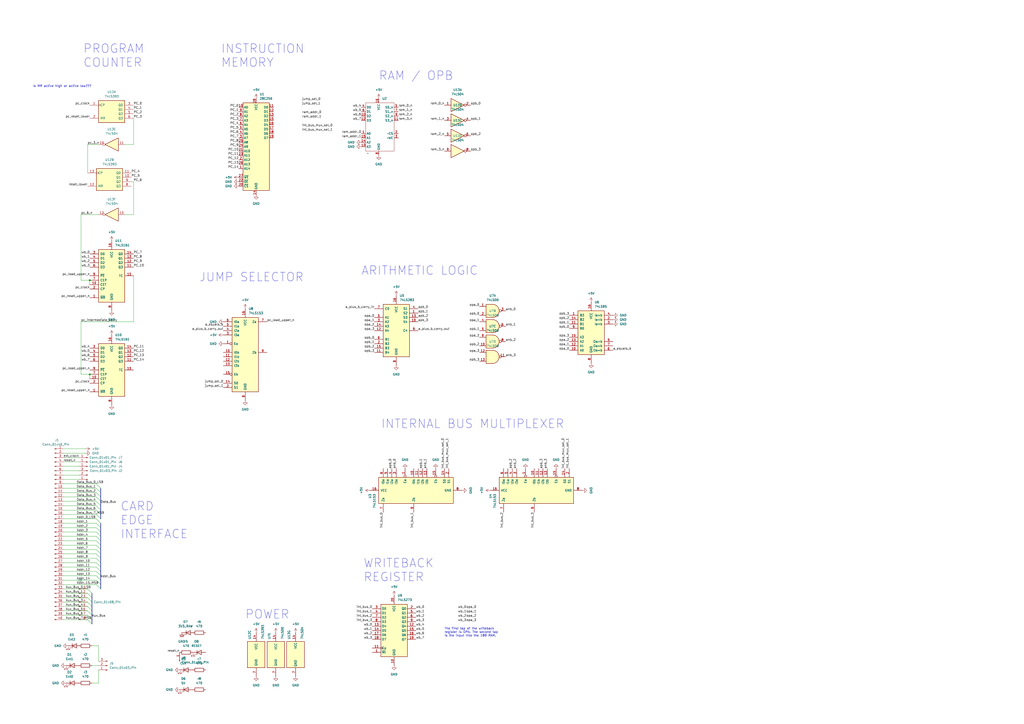
<source format=kicad_sch>
(kicad_sch (version 20230121) (generator eeschema)
  (paper "A2")
  (junction (at 52.07 217.17))
  (junction (at 52.07 162.56))
  (bus_entry (at 55.88 293.37) (size 2.54 2.54))
  (bus_entry (at 50.8 341.63) (size 2.54 2.54))
  (bus_entry (at 55.88 288.29) (size 2.54 2.54))
  (bus_entry (at 55.88 339.09) (size 2.54 2.54))
  (bus_entry (at 55.88 331.47) (size 2.54 2.54))
  (bus_entry (at 55.88 311.15) (size 2.54 2.54))
  (bus_entry (at 55.88 295.91) (size 2.54 2.54))
  (bus_entry (at 55.88 334.01) (size 2.54 2.54))
  (bus_entry (at 50.8 356.87) (size 2.54 2.54))
  (bus_entry (at 55.88 306.07) (size 2.54 2.54))
  (bus_entry (at 55.88 326.39) (size 2.54 2.54))
  (bus_entry (at 55.88 300.99) (size 2.54 2.54))
  (bus_entry (at 55.88 336.55) (size 2.54 2.54))
  (bus_entry (at 55.88 308.61) (size 2.54 2.54))
  (bus_entry (at 50.8 346.71) (size 2.54 2.54))
  (bus_entry (at 55.88 318.77) (size 2.54 2.54))
  (bus_entry (at 50.8 351.79) (size 2.54 2.54))
  (bus_entry (at 55.88 280.67) (size 2.54 2.54))
  (bus_entry (at 50.8 354.33) (size 2.54 2.54))
  (bus_entry (at 55.88 283.21) (size 2.54 2.54))
  (bus_entry (at 55.88 290.83) (size 2.54 2.54))
  (bus_entry (at 50.8 359.41) (size 2.54 2.54))
  (bus_entry (at 55.88 298.45) (size 2.54 2.54))
  (bus_entry (at 55.88 323.85) (size 2.54 2.54))
  (bus_entry (at 55.88 321.31) (size 2.54 2.54))
  (bus_entry (at 55.88 285.75) (size 2.54 2.54))
  (bus_entry (at 55.88 328.93) (size 2.54 2.54))
  (bus_entry (at 50.8 344.17) (size 2.54 2.54))
  (bus_entry (at 55.88 313.69) (size 2.54 2.54))
  (bus_entry (at 55.88 316.23) (size 2.54 2.54))
  (bus_entry (at 55.88 303.53) (size 2.54 2.54))
  (bus_entry (at 50.8 349.25) (size 2.54 2.54))
  (wire (pts (xy 57.15 83.82) (xy 50.8 83.82)))
  (bus (pts (xy 53.34 346.71) (xy 53.34 349.25)))
  (wire (pts (xy 36.83 318.77) (xy 55.88 318.77)))
  (wire (pts (xy 45.72 273.05) (xy 36.83 273.05)))
  (wire (pts (xy 77.47 160.02) (xy 77.47 186.69)))
  (bus (pts (xy 58.42 313.69) (xy 58.42 316.23)))
  (wire (pts (xy 113.03 367.03) (xy 111.76 367.03)))
  (wire (pts (xy 57.15 396.24) (xy 57.15 388.62)))
  (wire (pts (xy 36.83 356.87) (xy 50.8 356.87)))
  (bus (pts (xy 58.42 336.55) (xy 58.42 339.09)))
  (wire (pts (xy 36.83 288.29) (xy 55.88 288.29)))
  (bus (pts (xy 58.42 300.99) (xy 58.42 298.45)))
  (wire (pts (xy 36.83 349.25) (xy 50.8 349.25)))
  (wire (pts (xy 77.47 124.46) (xy 72.39 124.46)))
  (wire (pts (xy 50.8 83.82) (xy 50.8 100.33)))
  (bus (pts (xy 53.34 351.79) (xy 53.34 354.33)))
  (bus (pts (xy 58.42 295.91) (xy 58.42 293.37)))
  (wire (pts (xy 36.83 298.45) (xy 55.88 298.45)))
  (wire (pts (xy 77.47 186.69) (xy 46.99 186.69)))
  (wire (pts (xy 46.99 374.65) (xy 45.72 374.65)))
  (wire (pts (xy 77.47 105.41) (xy 77.47 124.46)))
  (wire (pts (xy 36.83 359.41) (xy 50.8 359.41)))
  (bus (pts (xy 58.42 323.85) (xy 58.42 326.39)))
  (bus (pts (xy 58.42 328.93) (xy 58.42 331.47)))
  (bus (pts (xy 58.42 326.39) (xy 58.42 328.93)))
  (wire (pts (xy 36.83 293.37) (xy 55.88 293.37)))
  (bus (pts (xy 58.42 308.61) (xy 58.42 311.15)))
  (wire (pts (xy 36.83 321.31) (xy 55.88 321.31)))
  (wire (pts (xy 52.07 162.56) (xy 52.07 165.1)))
  (wire (pts (xy 46.99 217.17) (xy 52.07 217.17)))
  (wire (pts (xy 53.34 386.08) (xy 57.15 386.08)))
  (wire (pts (xy 36.83 260.35) (xy 49.53 260.35)))
  (bus (pts (xy 58.42 298.45) (xy 58.42 295.91)))
  (wire (pts (xy 57.15 383.54) (xy 57.15 374.65)))
  (wire (pts (xy 77.47 68.58) (xy 77.47 83.82)))
  (wire (pts (xy 36.83 354.33) (xy 50.8 354.33)))
  (wire (pts (xy 36.83 311.15) (xy 55.88 311.15)))
  (wire (pts (xy 36.83 280.67) (xy 55.88 280.67)))
  (bus (pts (xy 58.42 334.01) (xy 58.42 336.55)))
  (wire (pts (xy 36.83 326.39) (xy 55.88 326.39)))
  (wire (pts (xy 36.83 283.21) (xy 55.88 283.21)))
  (wire (pts (xy 77.47 83.82) (xy 72.39 83.82)))
  (wire (pts (xy 52.07 162.56) (xy 46.99 162.56)))
  (wire (pts (xy 45.72 278.13) (xy 36.83 278.13)))
  (wire (pts (xy 36.83 341.63) (xy 50.8 341.63)))
  (wire (pts (xy 36.83 346.71) (xy 50.8 346.71)))
  (wire (pts (xy 36.83 265.43) (xy 45.72 265.43)))
  (wire (pts (xy 53.34 396.24) (xy 57.15 396.24)))
  (wire (pts (xy 36.83 313.69) (xy 55.88 313.69)))
  (bus (pts (xy 53.34 359.41) (xy 53.34 361.95)))
  (wire (pts (xy 46.99 186.69) (xy 46.99 217.17)))
  (wire (pts (xy 46.99 124.46) (xy 46.99 162.56)))
  (bus (pts (xy 53.34 349.25) (xy 53.34 351.79)))
  (wire (pts (xy 36.83 290.83) (xy 55.88 290.83)))
  (wire (pts (xy 36.83 344.17) (xy 50.8 344.17)))
  (wire (pts (xy 52.07 217.17) (xy 52.07 219.71)))
  (wire (pts (xy 36.83 334.01) (xy 55.88 334.01)))
  (wire (pts (xy 36.83 328.93) (xy 55.88 328.93)))
  (wire (pts (xy 36.83 303.53) (xy 55.88 303.53)))
  (wire (pts (xy 45.72 275.59) (xy 36.83 275.59)))
  (bus (pts (xy 53.34 344.17) (xy 53.34 346.71)))
  (wire (pts (xy 36.83 306.07) (xy 55.88 306.07)))
  (bus (pts (xy 58.42 311.15) (xy 58.42 313.69)))
  (wire (pts (xy 36.83 323.85) (xy 55.88 323.85)))
  (bus (pts (xy 53.34 354.33) (xy 53.34 356.87)))
  (bus (pts (xy 58.42 285.75) (xy 58.42 283.21)))
  (wire (pts (xy 36.83 339.09) (xy 55.88 339.09)))
  (wire (pts (xy 36.83 295.91) (xy 55.88 295.91)))
  (bus (pts (xy 53.34 356.87) (xy 53.34 359.41)))
  (wire (pts (xy 36.83 316.23) (xy 55.88 316.23)))
  (wire (pts (xy 36.83 300.99) (xy 55.88 300.99)))
  (wire (pts (xy 46.99 124.46) (xy 57.15 124.46)))
  (bus (pts (xy 58.42 303.53) (xy 58.42 306.07)))
  (bus (pts (xy 58.42 290.83) (xy 58.42 288.29)))
  (wire (pts (xy 36.83 331.47) (xy 55.88 331.47)))
  (wire (pts (xy 36.83 267.97) (xy 45.72 267.97)))
  (wire (pts (xy 36.83 336.55) (xy 55.88 336.55)))
  (bus (pts (xy 58.42 318.77) (xy 58.42 321.31)))
  (wire (pts (xy 76.2 105.41) (xy 77.47 105.41)))
  (wire (pts (xy 36.83 308.61) (xy 55.88 308.61)))
  (bus (pts (xy 58.42 321.31) (xy 58.42 323.85)))
  (bus (pts (xy 58.42 306.07) (xy 58.42 308.61)))
  (wire (pts (xy 36.83 270.51) (xy 45.72 270.51)))
  (bus (pts (xy 58.42 293.37) (xy 58.42 290.83)))
  (bus (pts (xy 58.42 339.09) (xy 58.42 341.63)))
  (bus (pts (xy 58.42 288.29) (xy 58.42 285.75)))
  (bus (pts (xy 58.42 331.47) (xy 58.42 334.01)))
  (wire (pts (xy 36.83 351.79) (xy 50.8 351.79)))
  (wire (pts (xy 36.83 262.89) (xy 49.53 262.89)))
  (wire (pts (xy 36.83 285.75) (xy 55.88 285.75)))
  (bus (pts (xy 58.42 316.23) (xy 58.42 318.77)))
  (wire (pts (xy 57.15 374.65) (xy 53.34 374.65)))
  (text "PROGRAM\nCOUNTER" (at 48.26 39.37 0) (effects (font (size 5 5)) (justify left bottom)))
  (text "INTERNAL BUS MULTIPLEXER\n" (at 220.98 248.92 0) (effects (font (size 5 5)) (justify left bottom)))
  (text "RAM / OPB" (at 219.71 46.99 0) (effects (font (size 5 5)) (justify left bottom)))
  (text "JUMP SELECTOR" (at 115.57 163.83 0) (effects (font (size 5 5)) (justify left bottom)))
  (text "CARD\nEDGE\nINTERFACE\n\n\n" (at 69.85 328.93 0) (effects (font (size 5 5)) (justify left bottom)))
  (text "WRITEBACK\nREGISTER\n" (at 210.82 337.82 0) (effects (font (size 5 5)) (justify left bottom)))
  (text "POWER" (at 142.24 359.41 0) (effects (font (size 5 5)) (justify left bottom)))
  (text "Is MR active high or active low???" (at 19.05 50.8 0) (effects (font (size 1.27 1.27)) (justify left bottom)))
  (text "ARITHMETIC LOGIC\n" (at 209.55 160.02 0) (effects (font (size 5 5)) (justify left bottom)))
  (text "INSTRUCTION\nMEMORY\n" (at 128.27 39.37 0) (effects (font (size 5 5)) (justify left bottom)))
  (text "The first tap of the writeback\nregister is OPA. The second tap\nis the input into the 189 RAM." (at 257.81 369.57 0) (effects (font (size 1.27 1.27)) (justify left bottom)))
  (label "a_equals_b" (at 355.6 203.2 0))
  (label "Data_Bus" (at 58.42 292.1 0))
  (label "pc_clock" (at 52.07 222.25 180))
  (label "PC_4" (at 76.2 100.33 0))
  (label "opa_0" (at 278.13 177.8 180))
  (label "reset_n" (at 36.83 267.97 0))
  (label "pc_reset_upper_n" (at 52.07 227.33 180))
  (label "jump_sel_0" (at 175.26 58.42 0))
  (label "opa_3" (at 278.13 204.47 180))
  (label "opa_0" (at 217.17 184.15 180))
  (label "opb_2" (at 330.2 185.42 180))
  (label "PC_0" (at 138.43 62.23 180))
  (label "wb_4" (at 209.55 62.23 180))
  (label "opa_0" (at 270.51 353.06 0))
  (label "Aux_Bus" (at 53.34 358.14 0))
  (label "Addr_1" (at 44.45 303.53 0))
  (label "Addr_10" (at 44.45 326.39 0))
  (label "opb_3" (at 273.05 87.63 0))
  (label "opb_1" (at 217.17 199.39 180))
  (label "jump_sel_1" (at 175.26 60.96 0))
  (label "wb_7" (at 52.07 209.55 180))
  (label "opb_0" (at 273.05 60.96 0))
  (label "Data_Bus_4" (at 44.45 290.83 0))
  (label "PC_10" (at 138.43 87.63 180))
  (label "opa_2" (at 330.2 198.12 180))
  (label "anb_0" (at 293.37 180.34 0))
  (label "reset_lower" (at 50.8 107.95 180))
  (label "PC_6" (at 77.47 105.41 0))
  (label "wb_5" (at 209.55 64.77 180))
  (label "anb_1" (at 293.37 189.23 0))
  (label "a_plus_b_carry_in" (at 217.17 179.07 180))
  (label "pc_reset_upper_n" (at 52.07 172.72 180))
  (label "wb_1" (at 241.3 355.6 0))
  (label "opa_2" (at 270.51 358.14 0))
  (label "Addr_4" (at 44.45 311.15 0))
  (label "PC_6" (at 138.43 77.47 180))
  (label "int_bus_mux_sel_0" (at 175.26 73.66 0))
  (label "Aux_Bus_6" (at 38.1 356.87 0))
  (label "opa_1" (at 278.13 186.69 180))
  (label "Data_Bus_6" (at 44.45 295.91 0))
  (label "PC_14" (at 77.47 209.55 0))
  (label "opb_3" (at 278.13 209.55 180))
  (label "ram_3_n" (at 231.14 69.85 0))
  (label "apb_0" (at 242.57 179.07 0))
  (label "pc_load_upper_n" (at 154.94 186.69 0))
  (label "pc_intermediate_carry" (at 46.99 186.69 0))
  (label "pc_6_n" (at 46.99 124.46 0))
  (label "int_bus_2" (at 215.9 358.14 180))
  (label "Data_Bus_1" (at 44.45 283.21 0))
  (label "Addr_2" (at 44.45 306.07 0))
  (label "Addr_3" (at 44.45 308.61 0))
  (label "opb_1" (at 278.13 191.77 180))
  (label "PC_5" (at 138.43 74.93 180))
  (label "wb_4" (at 52.07 201.93 180))
  (label "PC_10" (at 77.47 154.94 0))
  (label "wb_7" (at 209.55 69.85 180))
  (label "wb_0" (at 270.51 353.06 180))
  (label "wb_0" (at 241.3 353.06 0))
  (label "PC_4" (at 138.43 72.39 180))
  (label "a_equals_b" (at 129.54 189.23 180))
  (label "a_plus_b_carry_out" (at 129.54 191.77 180))
  (label "Addr_15_MSB" (at 44.45 339.09 0))
  (label "anb_3" (at 293.37 207.01 0))
  (label "anb_0" (at 229.87 271.78 90))
  (label "anb_2" (at 299.72 271.78 90))
  (label "pc_load_upper_n" (at 52.07 160.02 180))
  (label "PC_7" (at 138.43 80.01 180))
  (label "Aux_Bus_0_LSB" (at 38.1 341.63 0))
  (label "int_bus_3" (at 215.9 360.68 180))
  (label "Aux_Bus_4" (at 38.1 351.79 0))
  (label "pc_reset_lower" (at 52.07 68.58 180))
  (label "Addr_13" (at 44.45 334.01 0))
  (label "opb_2" (at 273.05 78.74 0))
  (label "PC_2" (at 77.47 66.04 0))
  (label "Data_Bus_0_LSB" (at 44.45 280.67 0))
  (label "opa_0" (at 330.2 203.2 180))
  (label "opb_2" (at 278.13 200.66 180))
  (label "Aux_Bus_2" (at 38.1 346.71 0))
  (label "anb_1" (at 247.65 271.78 90))
  (label "PC_3" (at 138.43 69.85 180))
  (label "wb_3" (at 215.9 370.84 180))
  (label "opa_2" (at 278.13 195.58 180))
  (label "ram_3_n" (at 257.81 87.63 180))
  (label "wb_6" (at 52.07 207.01 180))
  (label "PC_12" (at 77.47 204.47 0))
  (label "Addr_0_LSB" (at 44.45 300.99 0))
  (label "Addr_14" (at 44.45 336.55 0))
  (label "PC_13" (at 77.47 207.01 0))
  (label "PC_11" (at 77.47 201.93 0))
  (label "anb_2" (at 293.37 198.12 0))
  (label "int_bus_3" (at 309.88 297.18 270))
  (label "PC_2" (at 138.43 67.31 180))
  (label "Aux_Bus_3" (at 38.1 349.25 0))
  (label "Addr_8" (at 44.45 321.31 0))
  (label "wb_1" (at 270.51 355.6 180))
  (label "wb_2" (at 241.3 358.14 0))
  (label "jump_sel_1" (at 129.54 224.79 180))
  (label "pc_3_n" (at 50.8 83.82 0))
  (label "apb_2" (at 297.18 271.78 90))
  (label "int_bus_mux_sel_1" (at 260.35 271.78 90))
  (label "PC_12" (at 138.43 92.71 180))
  (label "wb_1" (at 215.9 365.76 180))
  (label "opa_3" (at 217.17 191.77 180))
  (label "wb_5" (at 52.07 204.47 180))
  (label "Aux_Bus_1" (at 38.1 344.17 0))
  (label "PC_5" (at 76.2 102.87 0))
  (label "pc_clock" (at 52.07 167.64 180))
  (label "opb_1" (at 330.2 187.96 180))
  (label "opb_1" (at 273.05 69.85 0))
  (label "wb_5" (at 241.3 365.76 0))
  (label "opa_1" (at 217.17 186.69 180))
  (label "jump_sel_0" (at 129.54 222.25 180))
  (label "int_bus_mux_sel_1" (at 175.26 76.2 0))
  (label "wb_3" (at 241.3 360.68 0))
  (label "PC_0" (at 77.47 60.96 0))
  (label "PC_9" (at 77.47 152.4 0))
  (label "opb_3" (at 330.2 182.88 180))
  (label "PC_11" (at 138.43 90.17 180))
  (label "opa_3" (at 330.2 195.58 180))
  (label "apb_3" (at 242.57 186.69 0))
  (label "PC_13" (at 138.43 95.25 180))
  (label "apb_0" (at 227.33 271.78 90))
  (label "opa_2" (at 217.17 189.23 180))
  (label "Aux_Bus_7_MSB" (at 38.1 359.41 0))
  (label "wb_7" (at 241.3 370.84 0))
  (label "Data_Bus_2" (at 44.45 285.75 0))
  (label "wb_2" (at 52.07 152.4 180))
  (label "opb_0" (at 278.13 182.88 180))
  (label "Addr_Bus" (at 58.42 335.28 0))
  (label "opb_3" (at 217.17 204.47 180))
  (label "wb_1" (at 52.07 149.86 180))
  (label "a_plus_b_carry_out" (at 242.57 191.77 0))
  (label "wb_0" (at 215.9 363.22 180))
  (label "ram_2_n" (at 257.81 78.74 180))
  (label "Aux_Bus_5" (at 38.1 354.33 0))
  (label "int_bus_mux_sel_0" (at 327.66 271.78 90))
  (label "opb_2" (at 217.17 201.93 180))
  (label "int_bus_mux_sel_1" (at 330.2 271.78 90))
  (label "pc_clock" (at 52.07 60.96 180))
  (label "Addr_5" (at 44.45 313.69 0))
  (label "pc_load_upper_n" (at 52.07 214.63 180))
  (label "int_bus_0" (at 215.9 353.06 180))
  (label "opa_1" (at 330.2 200.66 180))
  (label "PC_1" (at 138.43 64.77 180))
  (label "Addr_7" (at 44.45 318.77 0))
  (label "opa_1" (at 270.51 355.6 0))
  (label "ram_1_n" (at 231.14 64.77 0))
  (label "Data_Bus_5" (at 44.45 293.37 0))
  (label "PC_8" (at 138.43 82.55 180))
  (label "apb_3" (at 314.96 271.78 90))
  (label "apb_2" (at 242.57 184.15 0))
  (label "Addr_12" (at 44.45 331.47 0))
  (label "Data_Bus_3" (at 44.45 288.29 0))
  (label "anb_3" (at 317.5 271.78 90))
  (label "opa_3" (at 270.51 360.68 0))
  (label "int_bus_2" (at 292.1 297.18 270))
  (label "Addr_11" (at 44.45 328.93 0))
  (label "opb_0" (at 330.2 190.5 180))
  (label "ram_addr_1" (at 175.26 68.58 0))
  (label "int_bus_0" (at 222.25 297.18 270))
  (label "wb_4" (at 241.3 363.22 0))
  (label "wb_2" (at 215.9 368.3 180))
  (label "PC_8" (at 77.47 149.86 0))
  (label "PC_9" (at 138.43 85.09 180))
  (label "PC_1" (at 77.47 63.5 0))
  (label "wb_6" (at 241.3 368.3 0))
  (label "wb_3" (at 52.07 154.94 180))
  (label "Addr_6" (at 44.45 316.23 0))
  (label "wb_2" (at 270.51 358.14 180))
  (label "ram_0_n" (at 231.14 62.23 0))
  (label "ram_addr_1" (at 209.55 80.01 180))
  (label "wb_0" (at 52.07 147.32 180))
  (label "ram_2_n" (at 231.14 67.31 0))
  (label "ram_addr_0" (at 209.55 77.47 180))
  (label "Data_Bus_7_MSB" (at 44.45 298.45 0))
  (label "apb_1" (at 242.57 181.61 0))
  (label "wb_3" (at 270.51 360.68 180))
  (label "int_bus_1" (at 215.9 355.6 180))
  (label "PC_3" (at 77.47 68.58 0))
  (label "wb_6" (at 209.55 67.31 180))
  (label "ram_1_n" (at 257.81 69.85 180))
  (label "int_bus_1" (at 240.03 297.18 270))
  (label "opb_0" (at 217.17 196.85 180))
  (label "PC_14" (at 138.43 97.79 180))
  (label "ext_clock" (at 36.83 265.43 0))
  (label "Addr_9" (at 44.45 323.85 0))
  (label "int_bus_mux_sel_0" (at 257.81 271.78 90))
  (label "ram_addr_0" (at 175.26 66.04 0))
  (label "ram_0_n" (at 257.81 60.96 180))
  (label "reset_n" (at 104.14 378.46 180))
  (label "PC_7" (at 77.47 147.32 0))
  (label "apb_1" (at 245.11 271.78 90))
  (symbol (lib_id "power:GND") (at 104.14 400.05 270) (unit 1)
    (property "Reference" "#PWR050" (effects hide))
    (property "Value" "GND" (at 100.33 400.05 90) (effects (justify right)))
  )
  (symbol (lib_id "power:GND") (at 138.43 107.95 270) (unit 1)
    (property "Reference" "#PWR029" (effects hide))
    (property "Value" "GND" (at 134.62 107.95 90) (effects (justify right)))
  )
  (symbol (lib_id "Device:LED") (at 109.22 367.03 0) (unit 1)
    (property "Reference" "D7" (at 107.6325 360.68 0))
    (property "Value" "3V3_RAW" (at 107.6325 363.22 0))
    (property "Footprint" "LED_SMD:LED_0603_1608Metric_Pad1.05x0.95mm_HandSolder" (effects hide))
  )
  (symbol (lib_id "power:GND") (at 39.37 374.65 270) (unit 1)
    (property "Reference" "#PWR044" (effects hide))
    (property "Value" "GND" (at 35.56 374.65 90) (effects (justify right)))
  )
  (symbol (lib_id "power:GND") (at 38.1 386.08 270) (unit 1)
    (property "Reference" "#PWR042" (effects hide))
    (property "Value" "GND" (at 34.29 386.08 90) (effects (justify right)))
  )
  (symbol (lib_id "Device:LED") (at 107.95 400.05 0) (unit 1)
    (property "Reference" "D6" (at 106.3625 393.7 0))
    (property "Value" "5V" (at 106.3625 396.24 0))
    (property "Footprint" "LED_SMD:LED_0603_1608Metric_Pad1.05x0.95mm_HandSolder" (effects hide))
  )
  (symbol (lib_id "74xx:74LS161") (at 64.77 214.63 0) (unit 1)
    (property "Reference" "U10" (at 66.7259 194.31 0) (effects (justify left)))
    (property "Value" "74LS161" (at 66.7259 196.85 0) (effects (justify left)))
    (property "Footprint" "Package_DIP:DIP-16_W7.62mm" (effects hide))
    (property "Datasheet" "http://www.ti.com/lit/gpn/sn74LS161" (effects hide))
  )
  (symbol (lib_id "74xx:74LS153") (at 142.24 204.47 0) (unit 1)
    (property "Reference" "U8" (at 144.1959 179.07 0) (effects (justify left)))
    (property "Value" "74LS153" (at 144.1959 181.61 0) (effects (justify left)))
    (property "Footprint" "Package_DIP:DIP-16_W7.62mm" (effects hide))
    (property "Datasheet" "http://www.ti.com/lit/gpn/sn74LS153" (effects hide))
  )
  (symbol (lib_id "power:GND") (at 234.95 271.78 0) (mirror x) (unit 1)
    (property "Reference" "#PWR033" (effects hide))
    (property "Value" "GND" (at 234.95 266.7 0))
  )
  (symbol (lib_id "power:GND") (at 129.54 186.69 270) (unit 1)
    (property "Reference" "#PWR040" (effects hide))
    (property "Value" "GND" (at 125.73 186.69 90) (effects (justify right)))
  )
  (symbol (lib_id "power:GND") (at 228.6 386.08 0) (unit 1)
    (property "Reference" "#PWR020" (effects hide))
    (property "Value" "GND" (at 228.6 391.16 0))
  )
  (symbol (lib_id "power:+5V") (at 160.02 367.03 0) (unit 1)
    (property "Reference" "#PWR011" (effects hide))
    (property "Value" "+5V" (at 160.02 361.95 0))
  )
  (symbol (lib_id "Device:R") (at 49.53 386.08 90) (unit 1)
    (property "Reference" "r2" (at 49.53 379.73 90))
    (property "Value" "470" (at 49.53 382.27 90))
    (property "Footprint" "Resistor_SMD:R_0603_1608Metric_Pad0.98x0.95mm_HandSolder" (effects hide))
  )
  (symbol (lib_id "power:+5V") (at 49.53 260.35 270) (unit 1)
    (property "Reference" "#PWR045" (effects hide))
    (property "Value" "+5V" (at 53.34 260.35 90) (effects (justify left)))
  )
  (symbol (lib_id "power:+5V") (at 129.54 194.31 90) (unit 1)
    (property "Reference" "#PWR041" (effects hide))
    (property "Value" "+5V" (at 125.73 194.31 90) (effects (justify left)))
  )
  (symbol (lib_id "Connector:Conn_01x01_Pin") (at 50.8 265.43 180) (unit 1)
    (property "Reference" "J7" (at 69.85 265.43 0))
    (property "Value" "Conn_01x01_Pin" (at 59.69 265.43 0))
    (property "Footprint" "Connector_PinHeader_2.54mm:PinHeader_1x01_P2.54mm_Vertical" (effects hide))
  )
  (symbol (lib_id "power:GND") (at 229.87 212.09 0) (unit 1)
    (property "Reference" "#PWR017" (effects hide))
    (property "Value" "GND" (at 229.87 217.17 0))
  )
  (symbol (lib_id "74xx:74LS393") (at 64.77 63.5 0) (unit 1)
    (property "Reference" "U12" (at 64.77 53.34 0))
    (property "Value" "74LS393" (at 64.77 55.88 0))
    (property "Footprint" "Package_DIP:DIP-16_W7.62mm" (effects hide))
    (property "Datasheet" "74xx\\74LS393.pdf" (effects hide))
  )
  (symbol (lib_id "Connector:Conn_01x01_Pin") (at 104.14 383.54 90) (unit 1)
    (property "Reference" "J8" (at 105.41 381.635 90) (effects (justify right)))
    (property "Value" "Conn_01x01_Pin" (at 105.41 384.175 90) (effects (justify right)))
    (property "Footprint" "Connector_PinHeader_2.54mm:PinHeader_1x01_P2.54mm_Vertical" (effects hide))
  )
  (symbol (lib_id "power:GND") (at 209.55 82.55 270) (unit 1)
    (property "Reference" "#PWR037" (effects hide))
    (property "Value" "GND" (at 205.74 82.55 90) (effects (justify right)))
  )
  (symbol (lib_id "74xx:74LS153") (at 240.03 284.48 90) (mirror x) (unit 1)
    (property "Reference" "U3" (at 214.63 286.4359 0) (effects (justify left)))
    (property "Value" "74LS153" (at 217.17 286.4359 0) (effects (justify left)))
    (property "Footprint" "Package_DIP:DIP-16_W7.62mm" (effects hide))
    (property "Datasheet" "http://www.ti.com/lit/gpn/sn74LS153" (effects hide))
  )
  (symbol (lib_id "Device:R") (at 115.57 400.05 90) (unit 1)
    (property "Reference" "r8" (at 115.57 393.7 90))
    (property "Value" "470" (at 115.57 396.24 90))
    (property "Footprint" "Resistor_SMD:R_0603_1608Metric_Pad0.98x0.95mm_HandSolder" (effects hide))
  )
  (symbol (lib_id "power:GND") (at 129.54 199.39 270) (unit 1)
    (property "Reference" "#PWR039" (effects hide))
    (property "Value" "GND" (at 125.73 199.39 90) (effects (justify right)))
  )
  (symbol (lib_id "Connector:Conn_01x03_Pin") (at 50.8 275.59 180) (unit 1)
    (property "Reference" "J2" (at 68.58 273.05 0) (effects (justify right)))
    (property "Value" "Conn_01x03_Pin" (at 52.07 273.05 0) (effects (justify right)))
    (property "Footprint" "Connector_PinHeader_2.54mm:PinHeader_1x03_P2.54mm_Vertical" (effects hide))
  )
  (symbol (lib_id "power:+5V") (at 64.77 139.7 0) (unit 1)
    (property "Reference" "#PWR03" (effects hide))
    (property "Value" "+5V" (at 64.77 134.62 0))
  )
  (symbol (lib_id "Connector:Conn_01x03_Pin") (at 62.23 386.08 180) (unit 1)
    (property "Reference" "J5" (at 63.5 384.81 0) (effects (justify right)))
    (property "Value" "Conn_01x03_Pin" (at 63.5 387.35 0) (effects (justify right)))
    (property "Footprint" "Connector_PinHeader_2.54mm:PinHeader_1x03_P2.54mm_Vertical" (effects hide))
  )
  (symbol (lib_id "power:+5V") (at 228.6 345.44 0) (unit 1)
    (property "Reference" "#PWR05" (effects hide))
    (property "Value" "+5V" (at 228.6 340.36 0))
  )
  (symbol (lib_id "power:GND") (at 64.77 234.95 0) (unit 1)
    (property "Reference" "#PWR023" (effects hide))
    (property "Value" "GND" (at 64.77 240.03 0))
  )
  (symbol (lib_id "power:GND") (at 355.6 185.42 90) (unit 1)
    (property "Reference" "#PWR031" (effects hide))
    (property "Value" "GND" (at 359.41 185.42 90) (effects (justify right)))
  )
  (symbol (lib_id "74xx:74LS85") (at 342.9 193.04 0) (unit 1)
    (property "Reference" "U6" (at 344.8559 175.26 0) (effects (justify left)))
    (property "Value" "74LS85" (at 344.8559 177.8 0) (effects (justify left)))
    (property "Footprint" "Package_DIP:DIP-16_W7.62mm" (effects hide))
    (property "Datasheet" "http://www.ti.com/lit/gpn/sn74LS85" (effects hide))
  )
  (symbol (lib_id "Device:LED") (at 107.95 388.62 0) (unit 1)
    (property "Reference" "D5" (at 106.3625 382.27 0))
    (property "Value" "CLK" (at 106.3625 384.81 0))
    (property "Footprint" "LED_SMD:LED_0603_1608Metric_Pad1.05x0.95mm_HandSolder" (effects hide))
  )
  (symbol (lib_id "power:GND") (at 148.59 113.03 0) (unit 1)
    (property "Reference" "#PWR024" (effects hide))
    (property "Value" "GND" (at 148.59 118.11 0))
  )
  (symbol (lib_id "Device:LED") (at 115.57 378.46 0) (unit 1)
    (property "Reference" "D8" (at 113.9825 372.11 0))
    (property "Value" "RESET" (at 113.9825 374.65 0))
    (property "Footprint" "LED_SMD:LED_0603_1608Metric_Pad1.05x0.95mm_HandSolder" (effects hide))
  )
  (symbol (lib_id "power:GND") (at 219.71 90.17 0) (unit 1)
    (property "Reference" "#PWR015" (effects hide))
    (property "Value" "GND" (at 219.71 95.25 0))
  )
  (symbol (lib_id "power:+5V") (at 64.77 194.31 0) (unit 1)
    (property "Reference" "#PWR02" (effects hide))
    (property "Value" "+5V" (at 64.77 189.23 0))
  )
  (symbol (lib_id "Connector:Conn_01x01_Pin") (at 50.8 267.97 180) (unit 1)
    (property "Reference" "J6" (at 69.85 267.97 0))
    (property "Value" "Conn_01x01_Pin" (at 59.69 267.97 0))
    (property "Footprint" "Connector_PinHeader_2.54mm:PinHeader_1x01_P2.54mm_Vertical" (effects hide))
  )
  (symbol (lib_id "power:GND") (at 304.8 271.78 0) (mirror x) (unit 1)
    (property "Reference" "#PWR035" (effects hide))
    (property "Value" "GND" (at 304.8 266.7 0))
  )
  (symbol (lib_id "Device:LED") (at 41.91 386.08 0) (unit 1)
    (property "Reference" "D1" (at 40.3225 379.73 0))
    (property "Value" "Ext1" (at 40.3225 382.27 0))
    (property "Footprint" "LED_SMD:LED_0603_1608Metric_Pad1.05x0.95mm_HandSolder" (effects hide))
  )
  (symbol (lib_id "power:+5V") (at 284.48 284.48 90) (mirror x) (unit 1)
    (property "Reference" "#PWR07" (effects hide))
    (property "Value" "+5V" (at 279.4 284.48 0))
  )
  (symbol (lib_id "74xx:74LS04") (at 265.43 78.74 0) (unit 3)
    (property "Reference" "U13" (at 265.43 69.85 0))
    (property "Value" "74LS04" (at 265.43 72.39 0))
    (property "Footprint" "Package_DIP:DIP-14_W7.62mm" (effects hide))
    (property "Datasheet" "http://www.ti.com/lit/gpn/sn74LS04" (effects hide))
  )
  (symbol (lib_id "power:GND") (at 209.55 85.09 270) (unit 1)
    (property "Reference" "#PWR038" (effects hide))
    (property "Value" "GND" (at 205.74 85.09 90) (effects (justify right)))
  )
  (symbol (lib_id "power:GND") (at 337.82 284.48 90) (mirror x) (unit 1)
    (property "Reference" "#PWR019" (effects hide))
    (property "Value" "GND" (at 342.9 284.48 0))
  )
  (symbol (lib_id "74xx:74LS04") (at 64.77 83.82 180) (unit 5)
    (property "Reference" "U13" (at 64.77 74.93 0))
    (property "Value" "74LS04" (at 64.77 77.47 0))
    (property "Footprint" "Package_DIP:DIP-14_W7.62mm" (effects hide))
    (property "Datasheet" "http://www.ti.com/lit/gpn/sn74LS04" (effects hide))
  )
  (symbol (lib_id "power:GND") (at 171.45 392.43 0) (unit 1)
    (property "Reference" "#PWR025" (effects hide))
    (property "Value" "GND" (at 171.45 397.51 0))
  )
  (symbol (lib_id "power:GND") (at 267.97 284.48 90) (mirror x) (unit 1)
    (property "Reference" "#PWR018" (effects hide))
    (property "Value" "GND" (at 273.05 284.48 0))
  )
  (symbol (lib_id "74xx:74LS00") (at 285.75 189.23 0) (unit 2)
    (property "Reference" "U7" (at 285.7417 180.34 0))
    (property "Value" "74LS00" (at 285.7417 182.88 0))
    (property "Footprint" "Package_DIP:DIP-14_W7.62mm" (effects hide))
    (property "Datasheet" "http://www.ti.com/lit/gpn/sn74ls00" (effects hide))
  )
  (symbol (lib_id "Memory_EEPROM:28C256") (at 148.59 85.09 0) (unit 1)
    (property "Reference" "U1" (at 150.5459 54.61 0) (effects (justify left)))
    (property "Value" "28C256" (at 150.5459 57.15 0) (effects (justify left)))
    (property "Footprint" "Package_DIP:DIP-28_W15.24mm" (effects hide))
    (property "Datasheet" "http://ww1.microchip.com/downloads/en/DeviceDoc/doc0006.pdf" (effects hide))
  )
  (symbol (lib_id "power:+5V") (at 171.45 367.03 0) (unit 1)
    (property "Reference" "#PWR026" (effects hide))
    (property "Value" "+5V" (at 171.45 361.95 0))
  )
  (symbol (lib_id "Device:R") (at 107.95 378.46 90) (unit 1)
    (property "Reference" "r5" (at 107.95 372.11 90))
    (property "Value" "470" (at 107.95 374.65 90))
    (property "Footprint" "Resistor_SMD:R_0603_1608Metric_Pad0.98x0.95mm_HandSolder" (effects hide))
  )
  (symbol (lib_id "power:GND") (at 64.77 180.34 0) (unit 1)
    (property "Reference" "#PWR022" (effects hide))
    (property "Value" "GND" (at 64.77 185.42 0))
  )
  (symbol (lib_id "Connector:Conn_01x01_Pin") (at 50.8 270.51 180) (unit 1)
    (property "Reference" "J4" (at 69.85 270.51 0))
    (property "Value" "Conn_01x01_Pin" (at 59.69 270.51 0))
    (property "Footprint" "Connector_PinHeader_2.54mm:PinHeader_1x01_P2.54mm_Vertical" (effects hide))
  )
  (symbol (lib_id "74xx:74LS00") (at 285.75 180.34 0) (unit 1)
    (property "Reference" "U7" (at 285.7417 171.45 0))
    (property "Value" "74LS00" (at 285.7417 173.99 0))
    (property "Footprint" "Package_DIP:DIP-14_W7.62mm" (effects hide))
    (property "Datasheet" "http://www.ti.com/lit/gpn/sn74ls00" (effects hide))
  )
  (symbol (lib_id "74xx:74LS273") (at 228.6 365.76 0) (unit 1)
    (property "Reference" "U9" (at 230.5559 345.44 0) (effects (justify left)))
    (property "Value" "74LS273" (at 230.5559 347.98 0) (effects (justify left)))
    (property "Footprint" "Package_DIP:DIP-20_W7.62mm" (effects hide))
    (property "Datasheet" "http://www.ti.com/lit/gpn/sn74LS273" (effects hide))
  )
  (symbol (lib_id "power:+5V") (at 142.24 179.07 0) (unit 1)
    (property "Reference" "#PWR012" (effects hide))
    (property "Value" "+5V" (at 142.24 173.99 0))
  )
  (symbol (lib_id "power:+5V") (at 229.87 171.45 0) (unit 1)
    (property "Reference" "#PWR08" (effects hide))
    (property "Value" "+5V" (at 229.87 166.37 0))
  )
  (symbol (lib_id "Connector:Conn_01x08_Pin") (at 45.72 349.25 0) (unit 1)
    (property "Reference" "J3" (at 46.355 336.55 0))
    (property "Value" "Conn_01x08_Pin" (at 62.23 349.25 0))
    (property "Footprint" "Connector_PinHeader_2.54mm:PinHeader_1x08_P2.54mm_Vertical" (effects hide))
  )
  (symbol (lib_id "Connector:Conn_01x40_Pin") (at 31.75 308.61 0) (unit 1)
    (property "Reference" "J1" (at 33.02 255.27 0))
    (property "Value" "Conn_01x40_Pin" (at 32.385 257.81 0))
    (property "Footprint" "Connector_PinHeader_2.54mm:PinHeader_1x40_P2.54mm_Horizontal" (effects hide))
  )
  (symbol (lib_id "74xx:74LS393") (at 63.5 102.87 0) (unit 2)
    (property "Reference" "U12" (at 63.5 92.71 0))
    (property "Value" "74LS393" (at 63.5 95.25 0))
    (property "Footprint" "Package_DIP:DIP-16_W7.62mm" (effects hide))
    (property "Datasheet" "74xx\\74LS393.pdf" (effects hide))
  )
  (symbol (lib_id "74xx:74LS00") (at 285.75 207.01 0) (unit 4)
    (property "Reference" "U7" (at 285.7417 198.12 0))
    (property "Value" "74LS00" (at 285.7417 200.66 0))
    (property "Footprint" "Package_DIP:DIP-14_W7.62mm" (effects hide))
    (property "Datasheet" "http://www.ti.com/lit/gpn/sn74ls00" (effects hide))
  )
  (symbol (lib_id "power:GND") (at 160.02 392.43 0) (unit 1)
    (property "Reference" "#PWR014" (effects hide))
    (property "Value" "GND" (at 160.02 397.51 0))
  )
  (symbol (lib_id "power:GND") (at 49.53 262.89 90) (unit 1)
    (property "Reference" "#PWR047" (effects hide))
    (property "Value" "GND" (at 53.34 262.89 90) (effects (justify right)))
  )
  (symbol (lib_id "power:+5V") (at 138.43 102.87 90) (unit 1)
    (property "Reference" "#PWR027" (effects hide))
    (property "Value" "+5V" (at 134.62 102.87 90) (effects (justify left)))
  )
  (symbol (lib_id "74xx:74LS153") (at 309.88 284.48 90) (mirror x) (unit 1)
    (property "Reference" "U4" (at 284.48 286.4359 0) (effects (justify left)))
    (property "Value" "74LS153" (at 287.02 286.4359 0) (effects (justify left)))
    (property "Footprint" "Package_DIP:DIP-16_W7.62mm" (effects hide))
    (property "Datasheet" "http://www.ti.com/lit/gpn/sn74LS153" (effects hide))
  )
  (symbol (lib_id "74xx:74LS04") (at 171.45 379.73 0) (unit 7)
    (property "Reference" "U13" (at 167.64 370.84 90) (effects (justify left)))
    (property "Value" "74LS04" (at 175.26 370.84 90) (effects (justify left)))
    (property "Footprint" "Package_DIP:DIP-14_W7.62mm" (effects hide))
    (property "Datasheet" "http://www.ti.com/lit/gpn/sn74LS04" (effects hide))
  )
  (symbol (lib_id "power:GND") (at 342.9 210.82 0) (unit 1)
    (property "Reference" "#PWR016" (effects hide))
    (property "Value" "GND" (at 342.9 215.9 0))
  )
  (symbol (lib_id "74xx:74LS04") (at 265.43 87.63 0) (unit 4)
    (property "Reference" "U13" (at 265.43 78.74 0))
    (property "Value" "74LS04" (at 265.43 81.28 0))
    (property "Footprint" "Package_DIP:DIP-14_W7.62mm" (effects hide))
    (property "Datasheet" "http://www.ti.com/lit/gpn/sn74LS04" (effects hide))
  )
  (symbol (lib_id "74xx:74LS283") (at 229.87 191.77 0) (unit 1)
    (property "Reference" "U5" (at 231.8259 171.45 0) (effects (justify left)))
    (property "Value" "74LS283" (at 231.8259 173.99 0) (effects (justify left)))
    (property "Footprint" "Package_DIP:DIP-16_W7.62mm" (effects hide))
    (property "Datasheet" "http://www.ti.com/lit/gpn/sn74LS283" (effects hide))
  )
  (symbol (lib_id "power:GND") (at 105.41 367.03 0) (unit 1)
    (property "Reference" "#PWR051" (effects hide))
    (property "Value" "GND" (at 105.41 372.11 0))
  )
  (symbol (lib_id "power:+5V") (at 148.59 367.03 0) (unit 1)
    (property "Reference" "#PWR04" (effects hide))
    (property "Value" "+5V" (at 148.59 361.95 0))
  )
  (symbol (lib_id "power:+5V") (at 342.9 175.26 0) (unit 1)
    (property "Reference" "#PWR09" (effects hide))
    (property "Value" "+5V" (at 342.9 170.18 0))
  )
  (symbol (lib_id "power:GND") (at 138.43 105.41 270) (unit 1)
    (property "Reference" "#PWR028" (effects hide))
    (property "Value" "GND" (at 134.62 105.41 90) (effects (justify right)))
  )
  (symbol (lib_id "Device:R") (at 49.53 374.65 90) (unit 1)
    (property "Reference" "r1" (at 49.53 368.3 90))
    (property "Value" "470" (at 49.53 370.84 90))
    (property "Footprint" "Resistor_SMD:R_0603_1608Metric_Pad0.98x0.95mm_HandSolder" (effects hide))
  )
  (symbol (lib_id "power:+5V") (at 148.59 57.15 0) (unit 1)
    (property "Reference" "#PWR01" (effects hide))
    (property "Value" "+5V" (at 148.59 52.07 0))
  )
  (symbol (lib_id "my parts:74ls189") (at 212.09 59.69 0) (unit 1)
    (property "Reference" "U2" (at 221.6659 57.15 0) (effects (justify left)))
    (property "Value" "~" (at 213.36 88.9 0))
    (property "Footprint" "Package_DIP:DIP-16_W7.62mm" (effects hide))
  )
  (symbol (lib_id "power:GND") (at 355.6 187.96 90) (unit 1)
    (property "Reference" "#PWR032" (effects hide))
    (property "Value" "GND" (at 359.41 187.96 90) (effects (justify right)))
  )
  (symbol (lib_id "power:GND") (at 355.6 182.88 90) (unit 1)
    (property "Reference" "#PWR030" (effects hide))
    (property "Value" "GND" (at 359.41 182.88 90) (effects (justify right)))
  )
  (symbol (lib_id "power:GND") (at 148.59 392.43 0) (unit 1)
    (property "Reference" "#PWR021" (effects hide))
    (property "Value" "GND" (at 148.59 397.51 0))
  )
  (symbol (lib_id "Device:LED") (at 41.91 396.24 0) (unit 1)
    (property "Reference" "D2" (at 40.3225 389.89 0))
    (property "Value" "Ext0" (at 40.3225 392.43 0))
    (property "Footprint" "LED_SMD:LED_0603_1608Metric_Pad1.05x0.95mm_HandSolder" (effects hide))
  )
  (symbol (lib_id "74xx:74LS00") (at 285.75 198.12 0) (unit 3)
    (property "Reference" "U7" (at 285.7417 189.23 0))
    (property "Value" "74LS00" (at 285.7417 191.77 0))
    (property "Footprint" "Package_DIP:DIP-14_W7.62mm" (effects hide))
    (property "Datasheet" "http://www.ti.com/lit/gpn/sn74ls00" (effects hide))
  )
  (symbol (lib_id "power:GND") (at 104.14 388.62 270) (unit 1)
    (property "Reference" "#PWR049" (effects hide))
    (property "Value" "GND" (at 100.33 388.62 90) (effects (justify right)))
  )
  (symbol (lib_id "power:+5V") (at 219.71 57.15 0) (unit 1)
    (property "Reference" "#PWR010" (effects hide))
    (property "Value" "+5V" (at 219.71 52.07 0))
  )
  (symbol (lib_id "74xx:74LS04") (at 265.43 60.96 0) (unit 1)
    (property "Reference" "U13" (at 265.43 52.07 0))
    (property "Value" "74LS04" (at 265.43 54.61 0))
    (property "Footprint" "Package_DIP:DIP-14_W7.62mm" (effects hide))
    (property "Datasheet" "http://www.ti.com/lit/gpn/sn74LS04" (effects hide))
  )
  (symbol (lib_id "power:GND") (at 38.1 396.24 270) (unit 1)
    (property "Reference" "#PWR043" (effects hide))
    (property "Value" "GND" (at 34.29 396.24 90) (effects (justify right)))
  )
  (symbol (lib_id "Device:R") (at 115.57 367.03 90) (unit 1)
    (property "Reference" "r6" (at 115.57 360.68 90))
    (property "Value" "470" (at 115.57 363.22 90))
    (property "Footprint" "Resistor_SMD:R_0603_1608Metric_Pad0.98x0.95mm_HandSolder" (effects hide))
  )
  (symbol (lib_id "74xx:74LS00") (at 160.02 379.73 0) (unit 5)
    (property "Reference" "U7" (at 156.21 370.84 90) (effects (justify left)))
    (property "Value" "74LS00" (at 163.83 370.84 90) (effects (justify left)))
    (property "Footprint" "Package_DIP:DIP-14_W7.62mm" (effects hide))
    (property "Datasheet" "http://www.ti.com/lit/gpn/sn74ls00" (effects hide))
  )
  (symbol (lib_id "power:GND") (at 142.24 232.41 0) (unit 1)
    (property "Reference" "#PWR013" (effects hide))
    (property "Value" "GND" (at 142.24 237.49 0))
  )
  (symbol (lib_id "power:+5V") (at 214.63 284.48 90) (mirror x) (unit 1)
    (property "Reference" "#PWR06" (effects hide))
    (property "Value" "+5V" (at 209.55 284.48 0))
  )
  (symbol (lib_id "power:GND") (at 322.58 271.78 0) (mirror x) (unit 1)
    (property "Reference" "#PWR036" (effects hide))
    (property "Value" "GND" (at 322.58 266.7 0))
  )
  (symbol (lib_id "74xx:74LS04") (at 64.77 124.46 180) (unit 6)
    (property "Reference" "U13" (at 64.77 115.57 0))
    (property "Value" "74LS04" (at 64.77 118.11 0))
    (property "Footprint" "Package_DIP:DIP-14_W7.62mm" (effects hide))
    (property "Datasheet" "http://www.ti.com/lit/gpn/sn74LS04" (effects hide))
  )
  (symbol (lib_id "74xx:74LS393") (at 148.59 379.73 0) (unit 3)
    (property "Reference" "U12" (at 144.78 370.84 90) (effects (justify left)))
    (property "Value" "74LS393" (at 152.4 370.84 90) (effects (justify left)))
    (property "Footprint" "Package_DIP:DIP-16_W7.62mm" (effects hide))
    (property "Datasheet" "74xx\\74LS393.pdf" (effects hide))
  )
  (symbol (lib_id "power:GND") (at 252.73 271.78 0) (mirror x) (unit 1)
    (property "Reference" "#PWR034" (effects hide))
    (property "Value" "GND" (at 252.73 266.7 0))
  )
  (symbol (lib_id "Device:R") (at 115.57 388.62 90) (unit 1)
    (property "Reference" "r7" (at 115.57 382.27 90))
    (property "Value" "470" (at 115.57 384.81 90))
    (property "Footprint" "Resistor_SMD:R_0603_1608Metric_Pad0.98x0.95mm_HandSolder" (effects hide))
  )
  (symbol (lib_id "Device:R") (at 49.53 396.24 90) (unit 1)
    (property "Reference" "r3" (at 49.53 389.89 90))
    (property "Value" "470" (at 49.53 392.43 90))
    (property "Footprint" "Resistor_SMD:R_0603_1608Metric_Pad0.98x0.95mm_HandSolder" (effects hide))
  )
  (symbol (lib_id "74xx:74LS161") (at 64.77 160.02 0) (unit 1)
    (property "Reference" "U11" (at 66.7259 139.7 0) (effects (justify left)))
    (property "Value" "74LS161" (at 66.7259 142.24 0) (effects (justify left)))
    (property "Footprint" "Package_DIP:DIP-16_W7.62mm" (effects hide))
    (property "Datasheet" "http://www.ti.com/lit/gpn/sn74LS161" (effects hide))
  )
  (symbol (lib_id "74xx:74LS04") (at 265.43 69.85 0) (unit 2)
    (property "Reference" "U13" (at 265.43 60.96 0))
    (property "Value" "74LS04" (at 265.43 63.5 0))
    (property "Footprint" "Package_DIP:DIP-14_W7.62mm" (effects hide))
    (property "Datasheet" "http://www.ti.com/lit/gpn/sn74LS04" (effects hide))
  )
  (symbol (lib_id "Device:LED") (at 43.18 374.65 0) (unit 1)
    (property "Reference" "D3" (at 41.5925 368.3 0))
    (property "Value" "Ext2" (at 41.5925 370.84 0))
    (property "Footprint" "LED_SMD:LED_0603_1608Metric_Pad1.05x0.95mm_HandSolder" (effects hide))
  )
)
</source>
